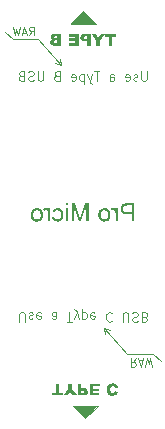
<source format=gbo>
G04 #@! TF.GenerationSoftware,KiCad,Pcbnew,8.0.3*
G04 #@! TF.CreationDate,2024-07-31T18:48:27+09:00*
G04 #@! TF.ProjectId,R46_TopPlate,5234365f-546f-4705-906c-6174652e6b69,ver1.0*
G04 #@! TF.SameCoordinates,Original*
G04 #@! TF.FileFunction,Legend,Bot*
G04 #@! TF.FilePolarity,Positive*
%FSLAX46Y46*%
G04 Gerber Fmt 4.6, Leading zero omitted, Abs format (unit mm)*
G04 Created by KiCad (PCBNEW 8.0.3) date 2024-07-31 18:48:27*
%MOMM*%
%LPD*%
G01*
G04 APERTURE LIST*
%ADD10C,0.100000*%
%ADD11C,0.125000*%
%ADD12O,7.000000X5.000000*%
%ADD13C,1.524000*%
%ADD14C,0.600000*%
%ADD15C,3.700000*%
%ADD16C,3.800000*%
%ADD17C,2.200000*%
%ADD18O,3.500000X1.320000*%
G04 APERTURE END LIST*
D10*
X25755000Y-20800000D02*
X26250000Y-20930000D01*
X30395000Y-43350000D02*
X29900000Y-43220000D01*
X28265000Y-50845000D02*
X27204340Y-49784340D01*
X28254340Y-49784340D01*
X29325660Y-49784340D01*
X28265000Y-50845000D01*
G36*
X28265000Y-50845000D02*
G01*
X27204340Y-49784340D01*
X28254340Y-49784340D01*
X29325660Y-49784340D01*
X28265000Y-50845000D01*
G37*
X34700000Y-46030000D02*
X34005000Y-45400000D01*
X21450000Y-18120000D02*
X22145000Y-18750000D01*
X29900000Y-43220000D02*
X29980000Y-43730000D01*
X22145000Y-18750000D02*
X24320000Y-18750000D01*
X26250000Y-20930000D02*
X26170000Y-20420000D01*
X31830000Y-45400000D02*
X29900000Y-43220000D01*
X29165660Y-17435660D02*
X28115660Y-17435660D01*
X27044340Y-17435660D01*
X28105000Y-16375000D01*
X29165660Y-17435660D01*
G36*
X29165660Y-17435660D02*
G01*
X28115660Y-17435660D01*
X27044340Y-17435660D01*
X28105000Y-16375000D01*
X29165660Y-17435660D01*
G37*
X24320000Y-18750000D02*
X26250000Y-20930000D01*
X34005000Y-45400000D02*
X31830000Y-45400000D01*
X22704523Y-42673104D02*
X22704523Y-42025485D01*
X22704523Y-42025485D02*
X22742618Y-41949295D01*
X22742618Y-41949295D02*
X22780713Y-41911200D01*
X22780713Y-41911200D02*
X22856904Y-41873104D01*
X22856904Y-41873104D02*
X23009285Y-41873104D01*
X23009285Y-41873104D02*
X23085475Y-41911200D01*
X23085475Y-41911200D02*
X23123570Y-41949295D01*
X23123570Y-41949295D02*
X23161666Y-42025485D01*
X23161666Y-42025485D02*
X23161666Y-42673104D01*
X23504522Y-41911200D02*
X23580713Y-41873104D01*
X23580713Y-41873104D02*
X23733094Y-41873104D01*
X23733094Y-41873104D02*
X23809284Y-41911200D01*
X23809284Y-41911200D02*
X23847380Y-41987390D01*
X23847380Y-41987390D02*
X23847380Y-42025485D01*
X23847380Y-42025485D02*
X23809284Y-42101676D01*
X23809284Y-42101676D02*
X23733094Y-42139771D01*
X23733094Y-42139771D02*
X23618808Y-42139771D01*
X23618808Y-42139771D02*
X23542618Y-42177866D01*
X23542618Y-42177866D02*
X23504522Y-42254057D01*
X23504522Y-42254057D02*
X23504522Y-42292152D01*
X23504522Y-42292152D02*
X23542618Y-42368342D01*
X23542618Y-42368342D02*
X23618808Y-42406438D01*
X23618808Y-42406438D02*
X23733094Y-42406438D01*
X23733094Y-42406438D02*
X23809284Y-42368342D01*
X24494999Y-41911200D02*
X24418808Y-41873104D01*
X24418808Y-41873104D02*
X24266427Y-41873104D01*
X24266427Y-41873104D02*
X24190237Y-41911200D01*
X24190237Y-41911200D02*
X24152141Y-41987390D01*
X24152141Y-41987390D02*
X24152141Y-42292152D01*
X24152141Y-42292152D02*
X24190237Y-42368342D01*
X24190237Y-42368342D02*
X24266427Y-42406438D01*
X24266427Y-42406438D02*
X24418808Y-42406438D01*
X24418808Y-42406438D02*
X24494999Y-42368342D01*
X24494999Y-42368342D02*
X24533094Y-42292152D01*
X24533094Y-42292152D02*
X24533094Y-42215961D01*
X24533094Y-42215961D02*
X24152141Y-42139771D01*
X25828332Y-41873104D02*
X25828332Y-42292152D01*
X25828332Y-42292152D02*
X25790237Y-42368342D01*
X25790237Y-42368342D02*
X25714046Y-42406438D01*
X25714046Y-42406438D02*
X25561665Y-42406438D01*
X25561665Y-42406438D02*
X25485475Y-42368342D01*
X25828332Y-41911200D02*
X25752141Y-41873104D01*
X25752141Y-41873104D02*
X25561665Y-41873104D01*
X25561665Y-41873104D02*
X25485475Y-41911200D01*
X25485475Y-41911200D02*
X25447379Y-41987390D01*
X25447379Y-41987390D02*
X25447379Y-42063580D01*
X25447379Y-42063580D02*
X25485475Y-42139771D01*
X25485475Y-42139771D02*
X25561665Y-42177866D01*
X25561665Y-42177866D02*
X25752141Y-42177866D01*
X25752141Y-42177866D02*
X25828332Y-42215961D01*
X26704523Y-42673104D02*
X27161666Y-42673104D01*
X26933094Y-41873104D02*
X26933094Y-42673104D01*
X27352142Y-42406438D02*
X27542618Y-41873104D01*
X27733095Y-42406438D02*
X27542618Y-41873104D01*
X27542618Y-41873104D02*
X27466428Y-41682628D01*
X27466428Y-41682628D02*
X27428333Y-41644533D01*
X27428333Y-41644533D02*
X27352142Y-41606438D01*
X28037857Y-42406438D02*
X28037857Y-41606438D01*
X28037857Y-42368342D02*
X28114047Y-42406438D01*
X28114047Y-42406438D02*
X28266428Y-42406438D01*
X28266428Y-42406438D02*
X28342619Y-42368342D01*
X28342619Y-42368342D02*
X28380714Y-42330247D01*
X28380714Y-42330247D02*
X28418809Y-42254057D01*
X28418809Y-42254057D02*
X28418809Y-42025485D01*
X28418809Y-42025485D02*
X28380714Y-41949295D01*
X28380714Y-41949295D02*
X28342619Y-41911200D01*
X28342619Y-41911200D02*
X28266428Y-41873104D01*
X28266428Y-41873104D02*
X28114047Y-41873104D01*
X28114047Y-41873104D02*
X28037857Y-41911200D01*
X29066429Y-41911200D02*
X28990238Y-41873104D01*
X28990238Y-41873104D02*
X28837857Y-41873104D01*
X28837857Y-41873104D02*
X28761667Y-41911200D01*
X28761667Y-41911200D02*
X28723571Y-41987390D01*
X28723571Y-41987390D02*
X28723571Y-42292152D01*
X28723571Y-42292152D02*
X28761667Y-42368342D01*
X28761667Y-42368342D02*
X28837857Y-42406438D01*
X28837857Y-42406438D02*
X28990238Y-42406438D01*
X28990238Y-42406438D02*
X29066429Y-42368342D01*
X29066429Y-42368342D02*
X29104524Y-42292152D01*
X29104524Y-42292152D02*
X29104524Y-42215961D01*
X29104524Y-42215961D02*
X28723571Y-42139771D01*
X30514048Y-41949295D02*
X30475952Y-41911200D01*
X30475952Y-41911200D02*
X30361667Y-41873104D01*
X30361667Y-41873104D02*
X30285476Y-41873104D01*
X30285476Y-41873104D02*
X30171190Y-41911200D01*
X30171190Y-41911200D02*
X30095000Y-41987390D01*
X30095000Y-41987390D02*
X30056905Y-42063580D01*
X30056905Y-42063580D02*
X30018809Y-42215961D01*
X30018809Y-42215961D02*
X30018809Y-42330247D01*
X30018809Y-42330247D02*
X30056905Y-42482628D01*
X30056905Y-42482628D02*
X30095000Y-42558819D01*
X30095000Y-42558819D02*
X30171190Y-42635009D01*
X30171190Y-42635009D02*
X30285476Y-42673104D01*
X30285476Y-42673104D02*
X30361667Y-42673104D01*
X30361667Y-42673104D02*
X30475952Y-42635009D01*
X30475952Y-42635009D02*
X30514048Y-42596914D01*
X31466429Y-42673104D02*
X31466429Y-42025485D01*
X31466429Y-42025485D02*
X31504524Y-41949295D01*
X31504524Y-41949295D02*
X31542619Y-41911200D01*
X31542619Y-41911200D02*
X31618810Y-41873104D01*
X31618810Y-41873104D02*
X31771191Y-41873104D01*
X31771191Y-41873104D02*
X31847381Y-41911200D01*
X31847381Y-41911200D02*
X31885476Y-41949295D01*
X31885476Y-41949295D02*
X31923572Y-42025485D01*
X31923572Y-42025485D02*
X31923572Y-42673104D01*
X32266428Y-41911200D02*
X32380714Y-41873104D01*
X32380714Y-41873104D02*
X32571190Y-41873104D01*
X32571190Y-41873104D02*
X32647381Y-41911200D01*
X32647381Y-41911200D02*
X32685476Y-41949295D01*
X32685476Y-41949295D02*
X32723571Y-42025485D01*
X32723571Y-42025485D02*
X32723571Y-42101676D01*
X32723571Y-42101676D02*
X32685476Y-42177866D01*
X32685476Y-42177866D02*
X32647381Y-42215961D01*
X32647381Y-42215961D02*
X32571190Y-42254057D01*
X32571190Y-42254057D02*
X32418809Y-42292152D01*
X32418809Y-42292152D02*
X32342619Y-42330247D01*
X32342619Y-42330247D02*
X32304524Y-42368342D01*
X32304524Y-42368342D02*
X32266428Y-42444533D01*
X32266428Y-42444533D02*
X32266428Y-42520723D01*
X32266428Y-42520723D02*
X32304524Y-42596914D01*
X32304524Y-42596914D02*
X32342619Y-42635009D01*
X32342619Y-42635009D02*
X32418809Y-42673104D01*
X32418809Y-42673104D02*
X32609286Y-42673104D01*
X32609286Y-42673104D02*
X32723571Y-42635009D01*
X33333095Y-42292152D02*
X33447381Y-42254057D01*
X33447381Y-42254057D02*
X33485476Y-42215961D01*
X33485476Y-42215961D02*
X33523572Y-42139771D01*
X33523572Y-42139771D02*
X33523572Y-42025485D01*
X33523572Y-42025485D02*
X33485476Y-41949295D01*
X33485476Y-41949295D02*
X33447381Y-41911200D01*
X33447381Y-41911200D02*
X33371191Y-41873104D01*
X33371191Y-41873104D02*
X33066429Y-41873104D01*
X33066429Y-41873104D02*
X33066429Y-42673104D01*
X33066429Y-42673104D02*
X33333095Y-42673104D01*
X33333095Y-42673104D02*
X33409286Y-42635009D01*
X33409286Y-42635009D02*
X33447381Y-42596914D01*
X33447381Y-42596914D02*
X33485476Y-42520723D01*
X33485476Y-42520723D02*
X33485476Y-42444533D01*
X33485476Y-42444533D02*
X33447381Y-42368342D01*
X33447381Y-42368342D02*
X33409286Y-42330247D01*
X33409286Y-42330247D02*
X33333095Y-42292152D01*
X33333095Y-42292152D02*
X33066429Y-42292152D01*
G36*
X32422494Y-34172500D02*
G01*
X32222459Y-34172500D01*
X32222459Y-33562869D01*
X31834845Y-33562869D01*
X31776481Y-33561675D01*
X31686949Y-33554374D01*
X31607095Y-33540437D01*
X31524044Y-33514952D01*
X31454930Y-33479910D01*
X31391911Y-33426948D01*
X31363146Y-33391932D01*
X31322035Y-33326108D01*
X31292671Y-33254498D01*
X31275052Y-33177103D01*
X31269645Y-33100518D01*
X31475442Y-33100518D01*
X31481876Y-33169451D01*
X31507213Y-33241110D01*
X31556775Y-33303483D01*
X31604471Y-33334899D01*
X31674934Y-33359513D01*
X31752506Y-33371855D01*
X31831915Y-33375291D01*
X32222459Y-33375291D01*
X32222459Y-32836003D01*
X31835945Y-32836003D01*
X31803298Y-32836214D01*
X31727275Y-32838981D01*
X31649465Y-32849558D01*
X31644617Y-32850954D01*
X31575031Y-32885449D01*
X31523436Y-32938585D01*
X31514859Y-32951462D01*
X31484628Y-33023000D01*
X31475442Y-33100518D01*
X31269645Y-33100518D01*
X31269179Y-33093923D01*
X31272802Y-33031104D01*
X31287068Y-32958340D01*
X31314975Y-32883996D01*
X31333191Y-32849633D01*
X31379819Y-32785429D01*
X31436241Y-32735252D01*
X31481357Y-32708066D01*
X31550436Y-32680202D01*
X31622721Y-32663079D01*
X31698985Y-32653590D01*
X31773531Y-32649583D01*
X31852431Y-32648424D01*
X32422494Y-32648424D01*
X32422494Y-34172500D01*
G37*
G36*
X31048628Y-34172500D02*
G01*
X31048628Y-33070476D01*
X30881566Y-33070476D01*
X30881566Y-33233508D01*
X30842654Y-33169881D01*
X30794850Y-33109844D01*
X30763596Y-33083299D01*
X30695462Y-33053014D01*
X30644528Y-33047028D01*
X30567840Y-33056582D01*
X30496193Y-33082359D01*
X30454019Y-33104914D01*
X30517766Y-33276372D01*
X30585818Y-33245048D01*
X30653687Y-33234607D01*
X30728302Y-33250543D01*
X30763230Y-33271610D01*
X30812804Y-33329026D01*
X30832106Y-33374192D01*
X30851083Y-33451884D01*
X30860784Y-33527809D01*
X30863247Y-33593278D01*
X30863247Y-34172500D01*
X31048628Y-34172500D01*
G37*
G36*
X29953153Y-33048935D02*
G01*
X30035639Y-33061444D01*
X30112235Y-33085630D01*
X30182940Y-33121491D01*
X30247755Y-33169028D01*
X30258146Y-33178387D01*
X30313565Y-33241018D01*
X30357108Y-33314752D01*
X30384322Y-33384678D01*
X30403290Y-33462313D01*
X30414010Y-33547660D01*
X30416649Y-33621488D01*
X30414434Y-33689059D01*
X30405434Y-33767791D01*
X30389511Y-33840156D01*
X30361265Y-33918586D01*
X30323050Y-33987846D01*
X30274866Y-34047936D01*
X30256800Y-34065859D01*
X30198479Y-34112691D01*
X30133976Y-34149115D01*
X30063291Y-34175133D01*
X29986423Y-34190743D01*
X29903373Y-34195947D01*
X29859154Y-34194310D01*
X29782308Y-34183114D01*
X29708999Y-34161311D01*
X29639224Y-34128902D01*
X29602742Y-34106512D01*
X29544196Y-34059539D01*
X29494807Y-34003988D01*
X29454577Y-33939858D01*
X29439722Y-33908036D01*
X29415954Y-33835908D01*
X29401656Y-33763517D01*
X29393424Y-33682466D01*
X29391463Y-33615259D01*
X29582072Y-33615259D01*
X29586454Y-33697420D01*
X29602197Y-33779383D01*
X29629388Y-33848614D01*
X29673663Y-33911282D01*
X29691245Y-33928632D01*
X29755759Y-33974142D01*
X29829361Y-34000689D01*
X29903373Y-34008368D01*
X29920589Y-34007992D01*
X30001089Y-33994819D01*
X30072287Y-33962826D01*
X30134183Y-33912015D01*
X30178458Y-33849901D01*
X30205649Y-33781746D01*
X30221391Y-33701409D01*
X30225774Y-33621121D01*
X30222554Y-33551758D01*
X30208242Y-33470013D01*
X30178458Y-33392720D01*
X30134183Y-33330961D01*
X30116591Y-33313741D01*
X30051904Y-33268575D01*
X29977916Y-33242229D01*
X29903373Y-33234607D01*
X29886422Y-33234985D01*
X29806945Y-33248208D01*
X29736269Y-33280322D01*
X29674395Y-33331327D01*
X29634004Y-33385206D01*
X29602358Y-33459449D01*
X29586489Y-33537559D01*
X29582072Y-33615259D01*
X29391463Y-33615259D01*
X29391196Y-33606100D01*
X29392455Y-33557983D01*
X29400149Y-33482223D01*
X29418614Y-33398632D01*
X29447152Y-33323027D01*
X29485762Y-33255407D01*
X29534444Y-33195772D01*
X29552672Y-33177760D01*
X29611220Y-33130697D01*
X29675565Y-33094092D01*
X29745705Y-33067946D01*
X29821641Y-33052258D01*
X29903373Y-33047028D01*
X29953153Y-33048935D01*
G37*
G36*
X28578600Y-34172500D02*
G01*
X28578600Y-32648424D01*
X28277815Y-32648424D01*
X27920243Y-33717841D01*
X27897185Y-33787886D01*
X27873064Y-33862239D01*
X27849515Y-33936968D01*
X27848069Y-33941690D01*
X27824765Y-33868995D01*
X27799127Y-33791808D01*
X27774546Y-33719188D01*
X27767836Y-33699523D01*
X27406234Y-32648424D01*
X27137323Y-32648424D01*
X27137323Y-34172500D01*
X27330030Y-34172500D01*
X27330030Y-32882897D01*
X27768935Y-34172500D01*
X27949186Y-34172500D01*
X28386259Y-32882897D01*
X28386259Y-34172500D01*
X28578600Y-34172500D01*
G37*
G36*
X26846796Y-32836003D02*
G01*
X26846796Y-32648424D01*
X26661416Y-32648424D01*
X26661416Y-32836003D01*
X26846796Y-32836003D01*
G37*
G36*
X26846796Y-34172500D02*
G01*
X26846796Y-33070476D01*
X26661416Y-33070476D01*
X26661416Y-34172500D01*
X26846796Y-34172500D01*
G37*
G36*
X25667836Y-33773895D02*
G01*
X25485386Y-33797342D01*
X25502983Y-33875356D01*
X25529485Y-33945585D01*
X25570678Y-34016317D01*
X25623503Y-34076881D01*
X25638527Y-34090434D01*
X25703579Y-34136596D01*
X25775638Y-34169569D01*
X25854704Y-34189352D01*
X25929635Y-34195844D01*
X25940777Y-34195947D01*
X26022028Y-34190769D01*
X26097072Y-34175236D01*
X26165906Y-34149347D01*
X26238368Y-34106055D01*
X26293752Y-34057729D01*
X26302379Y-34048668D01*
X26348695Y-33988806D01*
X26385429Y-33919954D01*
X26412580Y-33842112D01*
X26427886Y-33770376D01*
X26436537Y-33692396D01*
X26438666Y-33625518D01*
X26435861Y-33549758D01*
X26425786Y-33468414D01*
X26408384Y-33392657D01*
X26383654Y-33322486D01*
X26380048Y-33314108D01*
X26342058Y-33244192D01*
X26294447Y-33184883D01*
X26237215Y-33136181D01*
X26201262Y-33113707D01*
X26132016Y-33081475D01*
X26059466Y-33059791D01*
X25983613Y-33048656D01*
X25940044Y-33047028D01*
X25865106Y-33051411D01*
X25787105Y-33067153D01*
X25717256Y-33094345D01*
X25648418Y-33138620D01*
X25590996Y-33196225D01*
X25550805Y-33257649D01*
X25520826Y-33328689D01*
X25502972Y-33398738D01*
X25683223Y-33422185D01*
X25710651Y-33353958D01*
X25758677Y-33294319D01*
X25774448Y-33281868D01*
X25841885Y-33247945D01*
X25915576Y-33235022D01*
X25932717Y-33234607D01*
X26007473Y-33241939D01*
X26080745Y-33267284D01*
X26143714Y-33310732D01*
X26160596Y-33327297D01*
X26202923Y-33387955D01*
X26231397Y-33465654D01*
X26243967Y-33537867D01*
X26248157Y-33620389D01*
X26244125Y-33704177D01*
X26232028Y-33777307D01*
X26208329Y-33847832D01*
X26169077Y-33910532D01*
X26163893Y-33916411D01*
X26105954Y-33964904D01*
X26037927Y-33995437D01*
X25959809Y-34008009D01*
X25942975Y-34008368D01*
X25866142Y-34000280D01*
X25794301Y-33973261D01*
X25760526Y-33950849D01*
X25709880Y-33893896D01*
X25678908Y-33823185D01*
X25667836Y-33773895D01*
G37*
G36*
X25334811Y-34172500D02*
G01*
X25334811Y-33070476D01*
X25167748Y-33070476D01*
X25167748Y-33233508D01*
X25128837Y-33169881D01*
X25081032Y-33109844D01*
X25049779Y-33083299D01*
X24981645Y-33053014D01*
X24930711Y-33047028D01*
X24854023Y-33056582D01*
X24782376Y-33082359D01*
X24740201Y-33104914D01*
X24803949Y-33276372D01*
X24872001Y-33245048D01*
X24939870Y-33234607D01*
X25014485Y-33250543D01*
X25049413Y-33271610D01*
X25098986Y-33329026D01*
X25118289Y-33374192D01*
X25137266Y-33451884D01*
X25146967Y-33527809D01*
X25149430Y-33593278D01*
X25149430Y-34172500D01*
X25334811Y-34172500D01*
G37*
G36*
X24239336Y-33048935D02*
G01*
X24321822Y-33061444D01*
X24398418Y-33085630D01*
X24469123Y-33121491D01*
X24533938Y-33169028D01*
X24544329Y-33178387D01*
X24599748Y-33241018D01*
X24643291Y-33314752D01*
X24670505Y-33384678D01*
X24689472Y-33462313D01*
X24700193Y-33547660D01*
X24702832Y-33621488D01*
X24700617Y-33689059D01*
X24691617Y-33767791D01*
X24675694Y-33840156D01*
X24647448Y-33918586D01*
X24609233Y-33987846D01*
X24561049Y-34047936D01*
X24542983Y-34065859D01*
X24484662Y-34112691D01*
X24420159Y-34149115D01*
X24349474Y-34175133D01*
X24272606Y-34190743D01*
X24189556Y-34195947D01*
X24145336Y-34194310D01*
X24068491Y-34183114D01*
X23995181Y-34161311D01*
X23925407Y-34128902D01*
X23888925Y-34106512D01*
X23830379Y-34059539D01*
X23780990Y-34003988D01*
X23740760Y-33939858D01*
X23725905Y-33908036D01*
X23702137Y-33835908D01*
X23687839Y-33763517D01*
X23679607Y-33682466D01*
X23677646Y-33615259D01*
X23868254Y-33615259D01*
X23872637Y-33697420D01*
X23888379Y-33779383D01*
X23915570Y-33848614D01*
X23959845Y-33911282D01*
X23977428Y-33928632D01*
X24041942Y-33974142D01*
X24115544Y-34000689D01*
X24189556Y-34008368D01*
X24206772Y-34007992D01*
X24287272Y-33994819D01*
X24358470Y-33962826D01*
X24420365Y-33912015D01*
X24464640Y-33849901D01*
X24491831Y-33781746D01*
X24507574Y-33701409D01*
X24511956Y-33621121D01*
X24508736Y-33551758D01*
X24494425Y-33470013D01*
X24464640Y-33392720D01*
X24420365Y-33330961D01*
X24402773Y-33313741D01*
X24338087Y-33268575D01*
X24264099Y-33242229D01*
X24189556Y-33234607D01*
X24172604Y-33234985D01*
X24093128Y-33248208D01*
X24022452Y-33280322D01*
X23960578Y-33331327D01*
X23920187Y-33385206D01*
X23888540Y-33459449D01*
X23872672Y-33537559D01*
X23868254Y-33615259D01*
X23677646Y-33615259D01*
X23677379Y-33606100D01*
X23678638Y-33557983D01*
X23686332Y-33482223D01*
X23704797Y-33398632D01*
X23733335Y-33323027D01*
X23771945Y-33255407D01*
X23820627Y-33195772D01*
X23838855Y-33177760D01*
X23897403Y-33130697D01*
X23961747Y-33094092D01*
X24031888Y-33067946D01*
X24107824Y-33052258D01*
X24189556Y-33047028D01*
X24239336Y-33048935D01*
G37*
G36*
X30899883Y-18299581D02*
G01*
X29953931Y-18299581D01*
X29953931Y-18534054D01*
X30271202Y-18534054D01*
X30271202Y-19300000D01*
X30582368Y-19300000D01*
X30582368Y-18534054D01*
X30899883Y-18534054D01*
X30899883Y-18299581D01*
G37*
G36*
X29920470Y-18299581D02*
G01*
X29575110Y-18299581D01*
X29371656Y-18631018D01*
X29168446Y-18299581D01*
X28824796Y-18299581D01*
X29216562Y-18880879D01*
X29216562Y-19300000D01*
X29528216Y-19300000D01*
X29528216Y-18880879D01*
X29920470Y-18299581D01*
G37*
G36*
X28731984Y-19300000D02*
G01*
X28419353Y-19300000D01*
X28419353Y-18924842D01*
X28249116Y-18924842D01*
X28214658Y-18924098D01*
X28161005Y-18919545D01*
X28112076Y-18910855D01*
X28059594Y-18894964D01*
X28013913Y-18873114D01*
X27969214Y-18840090D01*
X27938004Y-18805990D01*
X27909754Y-18760345D01*
X27890293Y-18708390D01*
X27880607Y-18658833D01*
X27877887Y-18613189D01*
X28180239Y-18613189D01*
X28187205Y-18651590D01*
X28216632Y-18691346D01*
X28241353Y-18705987D01*
X28292068Y-18718675D01*
X28343149Y-18721632D01*
X28419353Y-18721632D01*
X28419353Y-18502791D01*
X28330693Y-18502791D01*
X28309764Y-18503295D01*
X28257420Y-18510851D01*
X28211991Y-18535031D01*
X28191433Y-18563365D01*
X28180239Y-18613189D01*
X27877887Y-18613189D01*
X27877378Y-18604640D01*
X27879435Y-18560555D01*
X27887335Y-18511966D01*
X27904040Y-18461226D01*
X27928809Y-18416890D01*
X27961642Y-18378960D01*
X27966976Y-18374076D01*
X28008964Y-18344231D01*
X28059086Y-18321984D01*
X28108523Y-18308961D01*
X28163935Y-18301519D01*
X28214678Y-18299581D01*
X28731984Y-18299581D01*
X28731984Y-19300000D01*
G37*
G36*
X27721063Y-18299581D02*
G01*
X26887218Y-18299581D01*
X26887218Y-18534054D01*
X27409165Y-18534054D01*
X27409165Y-18674738D01*
X26924831Y-18674738D01*
X26924831Y-18877948D01*
X27409165Y-18877948D01*
X27409165Y-19065526D01*
X26872075Y-19065526D01*
X26872075Y-19300000D01*
X27721063Y-19300000D01*
X27721063Y-18299581D01*
G37*
G36*
X26242417Y-19300000D02*
G01*
X25705327Y-19300000D01*
X25669572Y-19298007D01*
X25619357Y-19292681D01*
X25565864Y-19285833D01*
X25542112Y-19282235D01*
X25493088Y-19271021D01*
X25447650Y-19251884D01*
X25410737Y-19225904D01*
X25376194Y-19191266D01*
X25347999Y-19150279D01*
X25328808Y-19108557D01*
X25315907Y-19059027D01*
X25311607Y-19005687D01*
X25312058Y-18987436D01*
X25315583Y-18960746D01*
X25623505Y-18960746D01*
X25628947Y-18996457D01*
X25656478Y-19037194D01*
X25673171Y-19048234D01*
X25720161Y-19062179D01*
X25769807Y-19065526D01*
X25928565Y-19065526D01*
X25928565Y-18862316D01*
X25770539Y-18862316D01*
X25750855Y-18862740D01*
X25701052Y-18869094D01*
X25656234Y-18889427D01*
X25636290Y-18912050D01*
X25623505Y-18960746D01*
X25315583Y-18960746D01*
X25318820Y-18936238D01*
X25335850Y-18885605D01*
X25362898Y-18841556D01*
X25384067Y-18818449D01*
X25423420Y-18788844D01*
X25471891Y-18765306D01*
X25522633Y-18749476D01*
X25497090Y-18739999D01*
X25453218Y-18717491D01*
X25414189Y-18685240D01*
X25407446Y-18677513D01*
X25380255Y-18636044D01*
X25363940Y-18589853D01*
X25363615Y-18586810D01*
X25663317Y-18586810D01*
X25665577Y-18609269D01*
X25691893Y-18652267D01*
X25693722Y-18653650D01*
X25741413Y-18671029D01*
X25793254Y-18674738D01*
X25928565Y-18674738D01*
X25928565Y-18502791D01*
X25791056Y-18502791D01*
X25786685Y-18502813D01*
X25737334Y-18507045D01*
X25691893Y-18525017D01*
X25678079Y-18538891D01*
X25663317Y-18586810D01*
X25363615Y-18586810D01*
X25358502Y-18538939D01*
X25361241Y-18501988D01*
X25375621Y-18450875D01*
X25402328Y-18404941D01*
X25436415Y-18368457D01*
X25456951Y-18352314D01*
X25504364Y-18326486D01*
X25552789Y-18310948D01*
X25607688Y-18302002D01*
X25659897Y-18299581D01*
X26242417Y-18299581D01*
X26242417Y-19300000D01*
G37*
D11*
X32564616Y-45733285D02*
X32341283Y-46090428D01*
X32181759Y-45733285D02*
X32181759Y-46483285D01*
X32181759Y-46483285D02*
X32436997Y-46483285D01*
X32436997Y-46483285D02*
X32500807Y-46447571D01*
X32500807Y-46447571D02*
X32532712Y-46411857D01*
X32532712Y-46411857D02*
X32564616Y-46340428D01*
X32564616Y-46340428D02*
X32564616Y-46233285D01*
X32564616Y-46233285D02*
X32532712Y-46161857D01*
X32532712Y-46161857D02*
X32500807Y-46126142D01*
X32500807Y-46126142D02*
X32436997Y-46090428D01*
X32436997Y-46090428D02*
X32181759Y-46090428D01*
X32819855Y-45947571D02*
X33138902Y-45947571D01*
X32756045Y-45733285D02*
X32979378Y-46483285D01*
X32979378Y-46483285D02*
X33202712Y-45733285D01*
X33362236Y-46483285D02*
X33521760Y-45733285D01*
X33521760Y-45733285D02*
X33649379Y-46269000D01*
X33649379Y-46269000D02*
X33776998Y-45733285D01*
X33776998Y-45733285D02*
X33936522Y-46483285D01*
D10*
X33485476Y-21461895D02*
X33485476Y-22109514D01*
X33485476Y-22109514D02*
X33447381Y-22185704D01*
X33447381Y-22185704D02*
X33409286Y-22223800D01*
X33409286Y-22223800D02*
X33333095Y-22261895D01*
X33333095Y-22261895D02*
X33180714Y-22261895D01*
X33180714Y-22261895D02*
X33104524Y-22223800D01*
X33104524Y-22223800D02*
X33066429Y-22185704D01*
X33066429Y-22185704D02*
X33028333Y-22109514D01*
X33028333Y-22109514D02*
X33028333Y-21461895D01*
X32685477Y-22223800D02*
X32609286Y-22261895D01*
X32609286Y-22261895D02*
X32456905Y-22261895D01*
X32456905Y-22261895D02*
X32380715Y-22223800D01*
X32380715Y-22223800D02*
X32342619Y-22147609D01*
X32342619Y-22147609D02*
X32342619Y-22109514D01*
X32342619Y-22109514D02*
X32380715Y-22033323D01*
X32380715Y-22033323D02*
X32456905Y-21995228D01*
X32456905Y-21995228D02*
X32571191Y-21995228D01*
X32571191Y-21995228D02*
X32647381Y-21957133D01*
X32647381Y-21957133D02*
X32685477Y-21880942D01*
X32685477Y-21880942D02*
X32685477Y-21842847D01*
X32685477Y-21842847D02*
X32647381Y-21766657D01*
X32647381Y-21766657D02*
X32571191Y-21728561D01*
X32571191Y-21728561D02*
X32456905Y-21728561D01*
X32456905Y-21728561D02*
X32380715Y-21766657D01*
X31695000Y-22223800D02*
X31771191Y-22261895D01*
X31771191Y-22261895D02*
X31923572Y-22261895D01*
X31923572Y-22261895D02*
X31999762Y-22223800D01*
X31999762Y-22223800D02*
X32037858Y-22147609D01*
X32037858Y-22147609D02*
X32037858Y-21842847D01*
X32037858Y-21842847D02*
X31999762Y-21766657D01*
X31999762Y-21766657D02*
X31923572Y-21728561D01*
X31923572Y-21728561D02*
X31771191Y-21728561D01*
X31771191Y-21728561D02*
X31695000Y-21766657D01*
X31695000Y-21766657D02*
X31656905Y-21842847D01*
X31656905Y-21842847D02*
X31656905Y-21919038D01*
X31656905Y-21919038D02*
X32037858Y-21995228D01*
X30361667Y-22261895D02*
X30361667Y-21842847D01*
X30361667Y-21842847D02*
X30399762Y-21766657D01*
X30399762Y-21766657D02*
X30475953Y-21728561D01*
X30475953Y-21728561D02*
X30628334Y-21728561D01*
X30628334Y-21728561D02*
X30704524Y-21766657D01*
X30361667Y-22223800D02*
X30437858Y-22261895D01*
X30437858Y-22261895D02*
X30628334Y-22261895D01*
X30628334Y-22261895D02*
X30704524Y-22223800D01*
X30704524Y-22223800D02*
X30742620Y-22147609D01*
X30742620Y-22147609D02*
X30742620Y-22071419D01*
X30742620Y-22071419D02*
X30704524Y-21995228D01*
X30704524Y-21995228D02*
X30628334Y-21957133D01*
X30628334Y-21957133D02*
X30437858Y-21957133D01*
X30437858Y-21957133D02*
X30361667Y-21919038D01*
X29485476Y-21461895D02*
X29028333Y-21461895D01*
X29256905Y-22261895D02*
X29256905Y-21461895D01*
X28837857Y-21728561D02*
X28647381Y-22261895D01*
X28456904Y-21728561D02*
X28647381Y-22261895D01*
X28647381Y-22261895D02*
X28723571Y-22452371D01*
X28723571Y-22452371D02*
X28761666Y-22490466D01*
X28761666Y-22490466D02*
X28837857Y-22528561D01*
X28152142Y-21728561D02*
X28152142Y-22528561D01*
X28152142Y-21766657D02*
X28075952Y-21728561D01*
X28075952Y-21728561D02*
X27923571Y-21728561D01*
X27923571Y-21728561D02*
X27847380Y-21766657D01*
X27847380Y-21766657D02*
X27809285Y-21804752D01*
X27809285Y-21804752D02*
X27771190Y-21880942D01*
X27771190Y-21880942D02*
X27771190Y-22109514D01*
X27771190Y-22109514D02*
X27809285Y-22185704D01*
X27809285Y-22185704D02*
X27847380Y-22223800D01*
X27847380Y-22223800D02*
X27923571Y-22261895D01*
X27923571Y-22261895D02*
X28075952Y-22261895D01*
X28075952Y-22261895D02*
X28152142Y-22223800D01*
X27123570Y-22223800D02*
X27199761Y-22261895D01*
X27199761Y-22261895D02*
X27352142Y-22261895D01*
X27352142Y-22261895D02*
X27428332Y-22223800D01*
X27428332Y-22223800D02*
X27466428Y-22147609D01*
X27466428Y-22147609D02*
X27466428Y-21842847D01*
X27466428Y-21842847D02*
X27428332Y-21766657D01*
X27428332Y-21766657D02*
X27352142Y-21728561D01*
X27352142Y-21728561D02*
X27199761Y-21728561D01*
X27199761Y-21728561D02*
X27123570Y-21766657D01*
X27123570Y-21766657D02*
X27085475Y-21842847D01*
X27085475Y-21842847D02*
X27085475Y-21919038D01*
X27085475Y-21919038D02*
X27466428Y-21995228D01*
X25866428Y-21842847D02*
X25752142Y-21880942D01*
X25752142Y-21880942D02*
X25714047Y-21919038D01*
X25714047Y-21919038D02*
X25675951Y-21995228D01*
X25675951Y-21995228D02*
X25675951Y-22109514D01*
X25675951Y-22109514D02*
X25714047Y-22185704D01*
X25714047Y-22185704D02*
X25752142Y-22223800D01*
X25752142Y-22223800D02*
X25828332Y-22261895D01*
X25828332Y-22261895D02*
X26133094Y-22261895D01*
X26133094Y-22261895D02*
X26133094Y-21461895D01*
X26133094Y-21461895D02*
X25866428Y-21461895D01*
X25866428Y-21461895D02*
X25790237Y-21499990D01*
X25790237Y-21499990D02*
X25752142Y-21538085D01*
X25752142Y-21538085D02*
X25714047Y-21614276D01*
X25714047Y-21614276D02*
X25714047Y-21690466D01*
X25714047Y-21690466D02*
X25752142Y-21766657D01*
X25752142Y-21766657D02*
X25790237Y-21804752D01*
X25790237Y-21804752D02*
X25866428Y-21842847D01*
X25866428Y-21842847D02*
X26133094Y-21842847D01*
X24723570Y-21461895D02*
X24723570Y-22109514D01*
X24723570Y-22109514D02*
X24685475Y-22185704D01*
X24685475Y-22185704D02*
X24647380Y-22223800D01*
X24647380Y-22223800D02*
X24571189Y-22261895D01*
X24571189Y-22261895D02*
X24418808Y-22261895D01*
X24418808Y-22261895D02*
X24342618Y-22223800D01*
X24342618Y-22223800D02*
X24304523Y-22185704D01*
X24304523Y-22185704D02*
X24266427Y-22109514D01*
X24266427Y-22109514D02*
X24266427Y-21461895D01*
X23923571Y-22223800D02*
X23809285Y-22261895D01*
X23809285Y-22261895D02*
X23618809Y-22261895D01*
X23618809Y-22261895D02*
X23542618Y-22223800D01*
X23542618Y-22223800D02*
X23504523Y-22185704D01*
X23504523Y-22185704D02*
X23466428Y-22109514D01*
X23466428Y-22109514D02*
X23466428Y-22033323D01*
X23466428Y-22033323D02*
X23504523Y-21957133D01*
X23504523Y-21957133D02*
X23542618Y-21919038D01*
X23542618Y-21919038D02*
X23618809Y-21880942D01*
X23618809Y-21880942D02*
X23771190Y-21842847D01*
X23771190Y-21842847D02*
X23847380Y-21804752D01*
X23847380Y-21804752D02*
X23885475Y-21766657D01*
X23885475Y-21766657D02*
X23923571Y-21690466D01*
X23923571Y-21690466D02*
X23923571Y-21614276D01*
X23923571Y-21614276D02*
X23885475Y-21538085D01*
X23885475Y-21538085D02*
X23847380Y-21499990D01*
X23847380Y-21499990D02*
X23771190Y-21461895D01*
X23771190Y-21461895D02*
X23580713Y-21461895D01*
X23580713Y-21461895D02*
X23466428Y-21499990D01*
X22856904Y-21842847D02*
X22742618Y-21880942D01*
X22742618Y-21880942D02*
X22704523Y-21919038D01*
X22704523Y-21919038D02*
X22666427Y-21995228D01*
X22666427Y-21995228D02*
X22666427Y-22109514D01*
X22666427Y-22109514D02*
X22704523Y-22185704D01*
X22704523Y-22185704D02*
X22742618Y-22223800D01*
X22742618Y-22223800D02*
X22818808Y-22261895D01*
X22818808Y-22261895D02*
X23123570Y-22261895D01*
X23123570Y-22261895D02*
X23123570Y-21461895D01*
X23123570Y-21461895D02*
X22856904Y-21461895D01*
X22856904Y-21461895D02*
X22780713Y-21499990D01*
X22780713Y-21499990D02*
X22742618Y-21538085D01*
X22742618Y-21538085D02*
X22704523Y-21614276D01*
X22704523Y-21614276D02*
X22704523Y-21690466D01*
X22704523Y-21690466D02*
X22742618Y-21766657D01*
X22742618Y-21766657D02*
X22780713Y-21804752D01*
X22780713Y-21804752D02*
X22856904Y-21842847D01*
X22856904Y-21842847D02*
X23123570Y-21842847D01*
G36*
X25470116Y-48920418D02*
G01*
X26416068Y-48920418D01*
X26416068Y-48685945D01*
X26098797Y-48685945D01*
X26098797Y-47920000D01*
X25787631Y-47920000D01*
X25787631Y-48685945D01*
X25470116Y-48685945D01*
X25470116Y-48920418D01*
G37*
G36*
X26449529Y-48920418D02*
G01*
X26794889Y-48920418D01*
X26998343Y-48588981D01*
X27201553Y-48920418D01*
X27545203Y-48920418D01*
X27153437Y-48339120D01*
X27153437Y-47920000D01*
X26841783Y-47920000D01*
X26841783Y-48339120D01*
X26449529Y-48920418D01*
G37*
G36*
X27950646Y-48295157D02*
G01*
X28120883Y-48295157D01*
X28155341Y-48295901D01*
X28208994Y-48300454D01*
X28257923Y-48309144D01*
X28310405Y-48325035D01*
X28356086Y-48346885D01*
X28400785Y-48379909D01*
X28431995Y-48414009D01*
X28460245Y-48459654D01*
X28479706Y-48511609D01*
X28489392Y-48561166D01*
X28492621Y-48615359D01*
X28490564Y-48659444D01*
X28482664Y-48708033D01*
X28465959Y-48758773D01*
X28441190Y-48803109D01*
X28408357Y-48841039D01*
X28403023Y-48845923D01*
X28361035Y-48875768D01*
X28310913Y-48898015D01*
X28261476Y-48911038D01*
X28206064Y-48918480D01*
X28155321Y-48920418D01*
X27638015Y-48920418D01*
X27638015Y-48717208D01*
X27950646Y-48717208D01*
X28039306Y-48717208D01*
X28060235Y-48716704D01*
X28112579Y-48709148D01*
X28158008Y-48684968D01*
X28178566Y-48656634D01*
X28189760Y-48606810D01*
X28182794Y-48568409D01*
X28153367Y-48528653D01*
X28128646Y-48514012D01*
X28077931Y-48501324D01*
X28026850Y-48498367D01*
X27950646Y-48498367D01*
X27950646Y-48717208D01*
X27638015Y-48717208D01*
X27638015Y-47920000D01*
X27950646Y-47920000D01*
X27950646Y-48295157D01*
G37*
G36*
X28648936Y-48920418D02*
G01*
X29482781Y-48920418D01*
X29482781Y-48685945D01*
X28960834Y-48685945D01*
X28960834Y-48545261D01*
X29445168Y-48545261D01*
X29445168Y-48342051D01*
X28960834Y-48342051D01*
X28960834Y-48154473D01*
X29497924Y-48154473D01*
X29497924Y-47920000D01*
X28648936Y-47920000D01*
X28648936Y-48920418D01*
G37*
G36*
X30797296Y-48326420D02*
G01*
X31069871Y-48247529D01*
X31056384Y-48199629D01*
X31037249Y-48149266D01*
X31014145Y-48103573D01*
X30987073Y-48062552D01*
X30983409Y-48057752D01*
X30947901Y-48017962D01*
X30907872Y-47984045D01*
X30863323Y-47956001D01*
X30836619Y-47942958D01*
X30789908Y-47926075D01*
X30737213Y-47914016D01*
X30686195Y-47907421D01*
X30630597Y-47904519D01*
X30613870Y-47904368D01*
X30564046Y-47905519D01*
X30508129Y-47909938D01*
X30456438Y-47917672D01*
X30401470Y-47930884D01*
X30352253Y-47948607D01*
X30345691Y-47951507D01*
X30301526Y-47975661D01*
X30260073Y-48006665D01*
X30221331Y-48044517D01*
X30190281Y-48082413D01*
X30165929Y-48117836D01*
X30140280Y-48164868D01*
X30119938Y-48216571D01*
X30104903Y-48272946D01*
X30096427Y-48323492D01*
X30091637Y-48377283D01*
X30090457Y-48422651D01*
X30092534Y-48482716D01*
X30098762Y-48539201D01*
X30109142Y-48592106D01*
X30123675Y-48641432D01*
X30142359Y-48687178D01*
X30171554Y-48739326D01*
X30207236Y-48785881D01*
X30223326Y-48802937D01*
X30267542Y-48841285D01*
X30317149Y-48873133D01*
X30372147Y-48898482D01*
X30420026Y-48914081D01*
X30471355Y-48925520D01*
X30526134Y-48932800D01*
X30584363Y-48935920D01*
X30599460Y-48936050D01*
X30656926Y-48934165D01*
X30710409Y-48928513D01*
X30759909Y-48919091D01*
X30814050Y-48902811D01*
X30862456Y-48881104D01*
X30898413Y-48858869D01*
X30937296Y-48827015D01*
X30972247Y-48789340D01*
X31003265Y-48745843D01*
X31030350Y-48696524D01*
X31049917Y-48650978D01*
X31060346Y-48621709D01*
X30785573Y-48560893D01*
X30767944Y-48606519D01*
X30755287Y-48627815D01*
X30720119Y-48664102D01*
X30691295Y-48682281D01*
X30643443Y-48698392D01*
X30607031Y-48701577D01*
X30557236Y-48696371D01*
X30508588Y-48678071D01*
X30467746Y-48646594D01*
X30444854Y-48618290D01*
X30422443Y-48572776D01*
X30409369Y-48520026D01*
X30403850Y-48471278D01*
X30402356Y-48424117D01*
X30404142Y-48366366D01*
X30409500Y-48315845D01*
X30420265Y-48266041D01*
X30441251Y-48216468D01*
X30453158Y-48199658D01*
X30492962Y-48165033D01*
X30542521Y-48144780D01*
X30596040Y-48138841D01*
X30647641Y-48143516D01*
X30694540Y-48159458D01*
X30731106Y-48186713D01*
X30761824Y-48228913D01*
X30782017Y-48273421D01*
X30795989Y-48320738D01*
X30797296Y-48326420D01*
G37*
D11*
X23546219Y-18443464D02*
X23769552Y-18086321D01*
X23929076Y-18443464D02*
X23929076Y-17693464D01*
X23929076Y-17693464D02*
X23673838Y-17693464D01*
X23673838Y-17693464D02*
X23610028Y-17729178D01*
X23610028Y-17729178D02*
X23578123Y-17764892D01*
X23578123Y-17764892D02*
X23546219Y-17836321D01*
X23546219Y-17836321D02*
X23546219Y-17943464D01*
X23546219Y-17943464D02*
X23578123Y-18014892D01*
X23578123Y-18014892D02*
X23610028Y-18050607D01*
X23610028Y-18050607D02*
X23673838Y-18086321D01*
X23673838Y-18086321D02*
X23929076Y-18086321D01*
X23290980Y-18229178D02*
X22971933Y-18229178D01*
X23354790Y-18443464D02*
X23131457Y-17693464D01*
X23131457Y-17693464D02*
X22908123Y-18443464D01*
X22748599Y-17693464D02*
X22589075Y-18443464D01*
X22589075Y-18443464D02*
X22461456Y-17907750D01*
X22461456Y-17907750D02*
X22333837Y-18443464D01*
X22333837Y-18443464D02*
X22174314Y-17693464D01*
%LPC*%
D12*
X274635000Y-42600000D03*
D13*
X39470000Y-19620000D03*
X39472123Y-22161138D03*
X39467058Y-24706377D03*
X39465366Y-27246256D03*
X39470361Y-29786131D03*
X39466772Y-32322003D03*
X39467877Y-34866209D03*
X39468583Y-37410466D03*
X39469374Y-39947294D03*
X39469425Y-42486690D03*
X39468370Y-45024098D03*
X39468297Y-47565451D03*
X16678735Y-47569888D03*
X16678479Y-45026111D03*
X16681165Y-42486170D03*
X16677401Y-39947348D03*
X16676715Y-37407930D03*
X16680259Y-34867364D03*
X16678754Y-32324288D03*
X16678698Y-29784780D03*
X16676625Y-27244724D03*
X16677247Y-24704380D03*
X16679611Y-22164121D03*
X16662464Y-19605342D03*
D14*
X46960000Y-16795000D03*
X46960000Y-17620000D03*
X46960000Y-18445000D03*
X46960000Y-19295000D03*
X46960000Y-20120000D03*
X46960000Y-20945000D03*
X42320000Y-20955000D03*
X42320000Y-20130000D03*
X42320000Y-19305000D03*
X42320000Y-18455000D03*
X42320000Y-17630000D03*
X42320000Y-16805000D03*
D15*
X142775000Y-61710000D03*
D16*
X17435000Y-76350000D03*
D14*
X42320000Y-50015000D03*
X42320000Y-49190000D03*
X42320000Y-48365000D03*
X42320000Y-47515000D03*
X42320000Y-46690000D03*
X42320000Y-45865000D03*
X48890000Y-45845000D03*
X48890000Y-46670000D03*
X48890000Y-47495000D03*
X48890000Y-48345000D03*
X48890000Y-49170000D03*
X48890000Y-49995000D03*
D17*
X48010000Y-58150000D03*
D13*
X35690000Y-18125000D03*
X35690000Y-20665000D03*
X35690000Y-23205000D03*
X35690000Y-25745000D03*
X35690000Y-28285000D03*
X35690000Y-30825000D03*
X35690000Y-33365000D03*
X35690000Y-35905000D03*
X35690000Y-38445000D03*
X35690000Y-40985000D03*
X35690000Y-43525000D03*
X35690000Y-46065000D03*
X20470000Y-46065000D03*
X20470000Y-43525000D03*
X20470000Y-40985000D03*
X20470000Y-38445000D03*
X20470000Y-35905000D03*
X20470000Y-33365000D03*
X20470000Y-30825000D03*
X20470000Y-28285000D03*
X20470000Y-25745000D03*
X20470000Y-23205000D03*
X20470000Y-20665000D03*
X20470000Y-18125000D03*
D18*
X28078600Y-46000000D03*
%LPD*%
M02*

</source>
